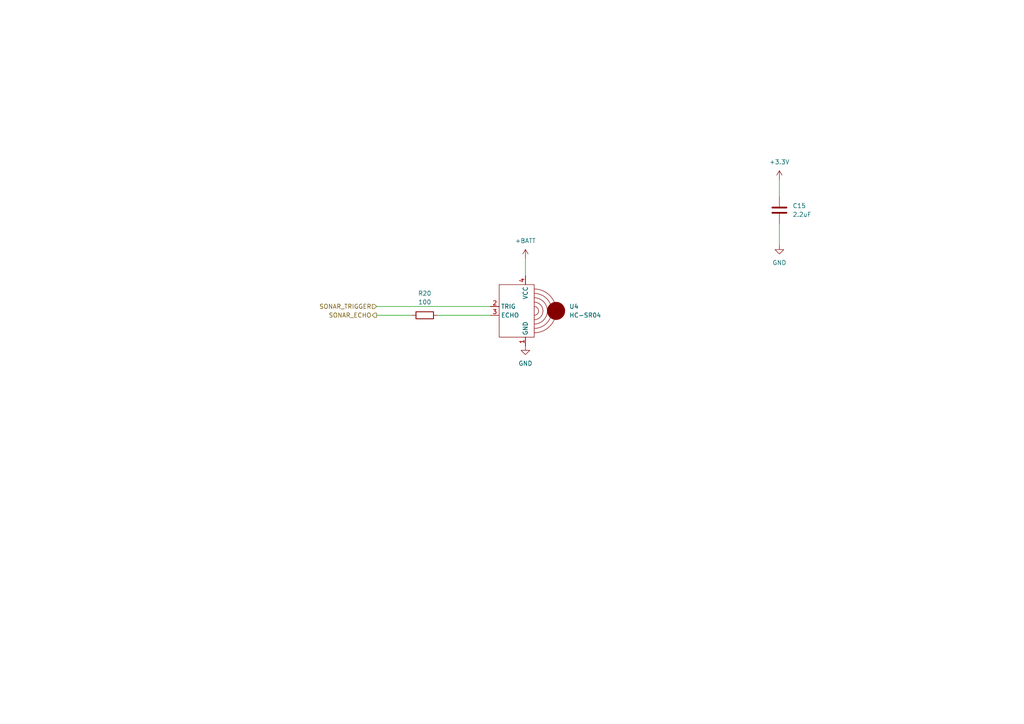
<source format=kicad_sch>
(kicad_sch (version 20230121) (generator eeschema)
  (paper "A4")
  (lib_symbols
    (symbol "Device:C" (pin_numbers hide) (pin_names (offset 0.254))
      (property "Reference" "C" (at 0.635 2.54 0))
      (property "Value" "C" (at 0.635 -2.54 0))
      (symbol "C_0_1"
        (polyline (pts (xy -2.032 -0.762) (xy 2.032 -0.762)) (stroke (width 0.508)))
        (polyline (pts (xy -2.032 0.762) (xy 2.032 0.762)) (stroke (width 0.508)))
      )
      (symbol "C_1_1"
        (pin passive line (at 0 3.81 270) (length 2.794) (name "~") (number "1"))
        (pin passive line (at 0 -3.81 90) (length 2.794) (name "~") (number "2"))
      )
    )
    (symbol "Device:R" (pin_numbers hide) (pin_names (offset 0))
      (property "Reference" "R" (at 2.032 0 90))
      (property "Value" "R" (at 0 0 90))
      (symbol "R_0_1"
        (rectangle (start -1.016 -2.54) (end 1.016 2.54) (stroke (width 0.254)))
      )
      (symbol "R_1_1"
        (pin passive line (at 0 3.81 270) (length 1.27) (name "~") (number "1"))
        (pin passive line (at 0 -3.81 90) (length 1.27) (name "~") (number "2"))
      )
    )
    (symbol "minimouse:HC-SR04"
      (property "Reference" "U" (at 0 0 0))
      (property "Value" "HC-SR04" (at 0 0 0))
      (symbol "HC-SR04_0_1"
        (rectangle (start -7.62 7.62) (end 2.54 -7.62))
        (arc (start 2.54 -6.35) (mid 7.0301 -4.4901) (end 8.89 0))
        (arc (start 2.54 -5.08) (mid 6.1321 -3.5921) (end 7.62 0))
        (arc (start 2.54 -3.81) (mid 5.2341 -2.6941) (end 6.35 0))
        (arc (start 2.54 -2.54) (mid 4.3361 -1.7961) (end 5.08 0))
        (arc (start 2.54 -1.27) (mid 3.438 -0.898) (end 3.81 0))
        (arc (start 3.81 0) (mid 3.438 0.898) (end 2.54 1.27))
        (arc (start 5.08 0) (mid 4.3361 1.7961) (end 2.54 2.54))
        (arc (start 6.35 0) (mid 5.2341 2.6941) (end 2.54 3.81))
        (arc (start 7.62 0) (mid 6.1321 3.5921) (end 2.54 5.08))
        (arc (start 8.89 0) (mid 7.0301 4.4901) (end 2.54 6.35))
      )
      (symbol "HC-SR04_1_1"
        (circle (center 8.89 0) (radius 2.54) (fill (type outline)))
        (pin power_in line (at 0 -10.16 90) (length 2.54) (name "GND") (number "1"))
        (pin input line (at -10.16 1.27 0) (length 2.54) (name "TRIG") (number "2"))
        (pin output line (at -10.16 -1.27 0) (length 2.54) (name "ECHO") (number "3"))
        (pin power_in line (at 0 10.16 270) (length 2.54) (name "VCC") (number "4"))
      )
    )
    (symbol "power:+3.3V" (power) (pin_names (offset 0))
      (property "Value" "+3.3V" (at 0 3.556 0))
      (symbol "+3.3V_0_1"
        (polyline (pts (xy -0.762 1.27) (xy 0 2.54)))
        (polyline (pts (xy 0 0) (xy 0 2.54)))
        (polyline (pts (xy 0 2.54) (xy 0.762 1.27)))
      )
      (symbol "+3.3V_1_1"
        (pin power_in line (at 0 0 90) (length 0) hide (name "+3.3V") (number "1"))
      )
    )
    (symbol "power:+BATT" (power) (pin_names (offset 0))
      (property "Value" "+BATT" (at 0 3.556 0))
      (symbol "+BATT_0_1"
        (polyline (pts (xy -0.762 1.27) (xy 0 2.54)))
        (polyline (pts (xy 0 0) (xy 0 2.54)))
        (polyline (pts (xy 0 2.54) (xy 0.762 1.27)))
      )
      (symbol "+BATT_1_1"
        (pin power_in line (at 0 0 90) (length 0) hide (name "+BATT") (number "1"))
      )
    )
    (symbol "power:GND" (power) (pin_names (offset 0))
      (property "Value" "GND" (at 0 -3.81 0))
      (symbol "GND_0_1"
        (polyline (pts (xy 0 0) (xy 0 -1.27) (xy 1.27 -1.27) (xy 0 -2.54) (xy -1.27 -1.27) (xy 0 -1.27)))
      )
      (symbol "GND_1_1"
        (pin power_in line (at 0 0 270) (length 0) hide (name "GND") (number "1"))
      )
    )
  )
  (wire (pts (xy 226.06 52.07) (xy 226.06 57.15)))
  (wire (pts (xy 226.06 64.77) (xy 226.06 71.12)))
  (wire (pts (xy 127 91.44) (xy 142.24 91.44)))
  (wire (pts (xy 109.22 88.9) (xy 142.24 88.9)))
  (wire (pts (xy 152.4 74.93) (xy 152.4 80.01)))
  (wire (pts (xy 109.22 91.44) (xy 119.38 91.44)))
  (hierarchical_label "SONAR_TRIGGER" (shape input) (at 109.22 88.9 180))
  (hierarchical_label "SONAR_ECHO" (shape output) (at 109.22 91.44 180))
  (symbol (lib_id "power:GND") (at 152.4 100.33 0) (unit 1)
    (property "Reference" "#PWR035" (effects hide))
    (property "Value" "GND" (at 152.4 105.41 0))
  )
  (symbol (lib_id "Device:R") (at 123.19 91.44 90) (unit 1)
    (property "Reference" "R20" (at 123.19 85.09 90))
    (property "Value" "100" (at 123.19 87.63 90))
    (property "Footprint" "Resistor_SMD:R_0603_1608Metric" (effects hide))
  )
  (symbol (lib_id "power:+3.3V") (at 226.06 52.07 0) (unit 1)
    (property "Reference" "#PWR036" (effects hide))
    (property "Value" "+3.3V" (at 226.06 46.99 0))
  )
  (symbol (lib_id "power:GND") (at 226.06 71.12 0) (unit 1)
    (property "Reference" "#PWR037" (effects hide))
    (property "Value" "GND" (at 226.06 76.2 0))
  )
  (symbol (lib_id "Device:C") (at 226.06 60.96 0) (unit 1)
    (property "Reference" "C15" (at 229.87 59.69 0) (effects (justify left)))
    (property "Value" "2.2uF" (at 229.87 62.23 0) (effects (justify left)))
    (property "Footprint" "Capacitor_SMD:C_0603_1608Metric" (effects hide))
  )
  (symbol (lib_id "minimouse:HC-SR04") (at 152.4 90.17 0) (unit 1)
    (property "Reference" "U4" (at 165.1 88.9 0) (effects (justify left)))
    (property "Value" "HC-SR04" (at 165.1 91.44 0) (effects (justify left)))
    (property "Footprint" "minimouse:HC-SR04" (effects hide))
  )
  (symbol (lib_id "power:+BATT") (at 152.4 74.93 0) (unit 1)
    (property "Reference" "#PWR034" (effects hide))
    (property "Value" "+BATT" (at 152.4 69.85 0))
  )
)
</source>
